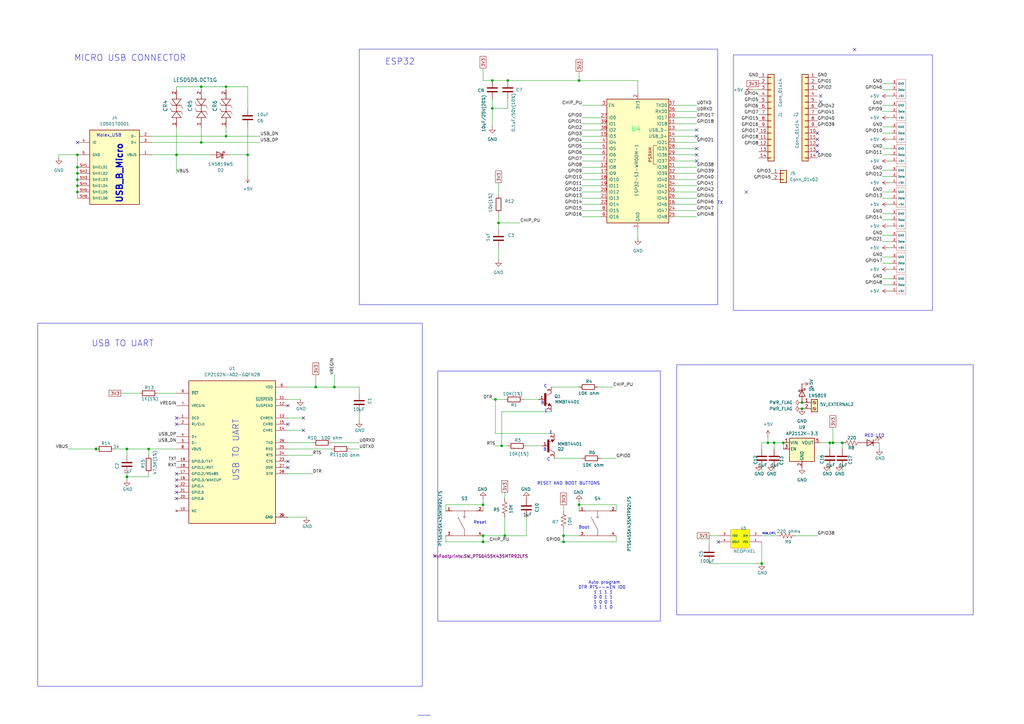
<source format=kicad_sch>
(kicad_sch (version 20250114) (generator "eeschema") (generator_version "9.0")
  (paper "A3")
  (title_block (title "WSA2812B") (date "2025-07-20") (rev "1"))
  (rectangle (start 179.578 152.1778) (end 270.8593 254.7303))
  (rectangle (start 15.494 132.588) (end 173.2279 281.4319))
  (rectangle (start 147.3835 20.1295) (end 294.386 124.968))
  (rectangle (start 300.7995 22.5425) (end 382.4605 127.3175))
  (rectangle (start 277.5268 149.6378) (end 399.1293 252.1903))
  (text "B" (at 222.504 165.354 0) (effects (font (size 1.27 1.27))))
  (text "E" (at 224.028 168.656 0) (effects (font (size 1.27 1.27))))
  (text "ESP32\n" (at 164.084 25.4 0) (effects (font (size 2.54 2.54))))
  (text "Reset" (at 196.85 214.376 0) (effects (font (size 1.27 1.27))))
  (text "USB TO UART\n" (at 50.292 140.97 0) (effects (font (size 2.54 2.54))))
  (text " Auto program\nDTR RTS-->EN IO0 \n 1 1 1 1 \n 0 0 1 1 \n 1 0 0 1 \n 0 1 1 0 " (at 247.396 244.094 0) (effects (font (size 1.27 1.27))))
  (text "C" (at 223.774 158.496 0) (effects (font (size 1.27 1.27))))
  (text "USB TO UART\n" (at 96.774 184.658 90) (effects (font (size 2.54 2.54))))
  (text "B" (at 223.52 184.404 0) (effects (font (size 1.27 1.27))))
  (text "USB_B_Micro" (at 49.022 71.12 90) (effects (font (size 2.54 2.54) (thickness 0.508) (bold yes))))
  (text "TX" (at 295.402 83.312 0) (effects (font (size 1.27 1.27))))
  (text "RGB_CRTL" (at 315.468 218.948 0) (effects (font (size 0.762 0.762))))
  (text "RED LED" (at 358.648 178.816 0) (effects (font (size 1.27 1.27))))
  (text "Boot" (at 239.522 216.408 0) (effects (font (size 1.27 1.27))))
  (text "E" (at 226.06 177.546 0) (effects (font (size 1.27 1.27))))
  (text "RESET AND BOOT BUTTONS\n" (at 233.172 198.374 0) (effects (font (size 1.27 1.27))))
  (text "Molex_USB" (at 44.704 55.626 0) (effects (font (size 1.27 1.27))))
  (text "C" (at 225.044 188.468 0) (effects (font (size 1.27 1.27))))
  (text "MICRO USB CONNECTOR\n" (at 53.34 23.876 0) (effects (font (size 2.54 2.54))))
  (junction (at 328.93 165.1))
  (junction (at 129.54 158.75))
  (junction (at 198.12 207.01))
  (junction (at 317.5 181.61))
  (junction (at 203.2 163.83))
  (junction (at 31.75 73.66))
  (junction (at 237.49 33.02))
  (junction (at 92.71 55.88))
  (junction (at 237.49 207.01))
  (junction (at 31.75 68.58))
  (junction (at 101.6 63.5))
  (junction (at 31.75 78.74))
  (junction (at 321.31 181.61))
  (junction (at 208.28 33.02))
  (junction (at 39.37 184.15))
  (junction (at 201.93 33.02))
  (junction (at 231.14 219.71))
  (junction (at 205.74 182.88))
  (junction (at 72.39 63.5))
  (junction (at 52.07 184.15))
  (junction (at 231.14 222.25))
  (junction (at 204.47 91.44))
  (junction (at 60.96 184.15))
  (junction (at 31.75 71.12))
  (junction (at 312.42 231.14))
  (junction (at 207.01 219.71))
  (junction (at 82.55 35.56))
  (junction (at 201.93 44.45))
  (junction (at 328.93 167.64))
  (junction (at 31.75 63.5))
  (junction (at 82.55 58.42))
  (junction (at 92.71 35.56))
  (junction (at 31.75 76.2))
  (junction (at 314.96 181.61))
  (junction (at 198.12 222.25))
  (junction (at 341.63 181.61))
  (junction (at 52.07 195.58))
  (junction (at 198.12 219.71))
  (junction (at 137.16 158.75))
  (junction (at 340.36 181.61))
  (junction (at 345.44 181.61))
  (no_connect (at 350.52 20.32))
  (no_connect (at 335.28 62.23))
  (no_connect (at 72.39 201.93))
  (no_connect (at 285.75 60.96))
  (no_connect (at 294.64 222.25))
  (no_connect (at 118.11 191.77))
  (no_connect (at 336.55 39.37))
  (no_connect (at 72.39 204.47))
  (no_connect (at 118.11 189.23))
  (no_connect (at 72.39 171.45))
  (no_connect (at 72.39 196.85))
  (no_connect (at 336.55 41.91))
  (no_connect (at 285.75 55.88))
  (no_connect (at 72.39 194.31))
  (no_connect (at 285.75 66.04))
  (no_connect (at 285.75 63.5))
  (no_connect (at 335.28 57.15))
  (no_connect (at 31.75 58.42))
  (no_connect (at 335.28 54.61))
  (no_connect (at 118.11 173.99))
  (no_connect (at 306.07 78.74))
  (no_connect (at 124.46 171.45))
  (no_connect (at 72.39 173.99))
  (no_connect (at 118.11 166.37))
  (no_connect (at 72.39 199.39))
  (no_connect (at 124.46 176.53))
  (no_connect (at 335.28 59.69))
  (no_connect (at 285.75 53.34))
  (wire (pts (xy 252.73 219.71) (xy 252.73 222.25)))
  (wire (pts (xy 340.36 181.61) (xy 341.63 181.61)))
  (wire (pts (xy 60.96 194.31) (xy 60.96 195.58)))
  (wire (pts (xy 276.86 43.18) (xy 285.75 43.18)))
  (wire (pts (xy 364.49 83.82) (xy 365.76 83.82)))
  (wire (pts (xy 276.86 71.12) (xy 285.75 71.12)))
  (wire (pts (xy 361.95 63.5) (xy 365.76 63.5)))
  (wire (pts (xy 308.61 36.83) (xy 311.15 36.83)))
  (wire (pts (xy 361.95 69.85) (xy 365.76 69.85)))
  (wire (pts (xy 31.75 76.2) (xy 31.75 78.74)))
  (wire (pts (xy 201.93 44.45) (xy 208.28 44.45)))
  (wire (pts (xy 321.31 181.61) (xy 321.31 184.15)))
  (wire (pts (xy 143.51 184.15) (xy 147.32 184.15)))
  (wire (pts (xy 252.73 209.55) (xy 252.73 207.01)))
  (wire (pts (xy 92.71 55.88) (xy 92.71 52.07)))
  (wire (pts (xy 129.54 158.75) (xy 137.16 158.75)))
  (wire (pts (xy 118.11 212.09) (xy 125.73 212.09)))
  (wire (pts (xy 361.95 116.84) (xy 365.76 116.84)))
  (wire (pts (xy 227.33 177.8) (xy 203.2 177.8)))
  (wire (pts (xy 118.11 171.45) (xy 124.46 171.45)))
  (wire (pts (xy 341.63 175.26) (xy 341.63 181.61)))
  (wire (pts (xy 361.95 107.95) (xy 365.76 107.95)))
  (wire (pts (xy 276.86 58.42) (xy 285.75 58.42)))
  (wire (pts (xy 276.86 83.82) (xy 285.75 83.82)))
  (wire (pts (xy 72.39 36.83) (xy 72.39 35.56)))
  (wire (pts (xy 147.32 158.75) (xy 147.32 161.29)))
  (wire (pts (xy 182.88 219.71) (xy 182.88 222.25)))
  (wire (pts (xy 317.5 181.61) (xy 321.31 181.61)))
  (wire (pts (xy 238.76 88.9) (xy 246.38 88.9)))
  (wire (pts (xy 72.39 52.07) (xy 72.39 63.5)))
  (wire (pts (xy 361.95 90.17) (xy 365.76 90.17)))
  (wire (pts (xy 345.44 181.61) (xy 345.44 184.15)))
  (wire (pts (xy 361.95 96.52) (xy 365.76 96.52)))
  (wire (pts (xy 231.14 219.71) (xy 231.14 222.25)))
  (wire (pts (xy 276.86 45.72) (xy 285.75 45.72)))
  (polyline (pts (xy 468.63 123.19) (xy 742.95 123.19)))
  (wire (pts (xy 246.38 187.96) (xy 252.73 187.96)))
  (wire (pts (xy 92.71 55.88) (xy 106.68 55.88)))
  (wire (pts (xy 118.11 158.75) (xy 129.54 158.75)))
  (wire (pts (xy 60.96 195.58) (xy 52.07 195.58)))
  (wire (pts (xy 92.71 35.56) (xy 101.6 35.56)))
  (wire (pts (xy 52.07 195.58) (xy 52.07 196.85)))
  (wire (pts (xy 361.95 36.83) (xy 365.76 36.83)))
  (wire (pts (xy 118.11 184.15) (xy 135.89 184.15)))
  (wire (pts (xy 361.95 81.28) (xy 365.76 81.28)))
  (wire (pts (xy 237.49 33.02) (xy 261.62 33.02)))
  (wire (pts (xy 276.86 78.74) (xy 285.75 78.74)))
  (wire (pts (xy 317.5 181.61) (xy 314.96 181.61)))
  (wire (pts (xy 312.42 181.61) (xy 312.42 184.15)))
  (wire (pts (xy 93.98 63.5) (xy 101.6 63.5)))
  (wire (pts (xy 204.47 87.63) (xy 204.47 91.44)))
  (wire (pts (xy 198.12 33.02) (xy 201.93 33.02)))
  (wire (pts (xy 364.49 39.37) (xy 365.76 39.37)))
  (wire (pts (xy 276.86 81.28) (xy 285.75 81.28)))
  (wire (pts (xy 226.06 168.91) (xy 205.74 168.91)))
  (wire (pts (xy 238.76 76.2) (xy 246.38 76.2)))
  (wire (pts (xy 182.88 222.25) (xy 198.12 222.25)))
  (wire (pts (xy 82.55 35.56) (xy 92.71 35.56)))
  (wire (pts (xy 238.76 78.74) (xy 246.38 78.74)))
  (wire (pts (xy 198.12 219.71) (xy 198.12 222.25)))
  (wire (pts (xy 198.12 219.71) (xy 207.01 219.71)))
  (wire (pts (xy 62.23 55.88) (xy 92.71 55.88)))
  (wire (pts (xy 238.76 63.5) (xy 246.38 63.5)))
  (wire (pts (xy 361.95 105.41) (xy 365.76 105.41)))
  (wire (pts (xy 46.99 184.15) (xy 52.07 184.15)))
  (wire (pts (xy 238.76 43.18) (xy 246.38 43.18)))
  (wire (pts (xy 182.88 207.01) (xy 198.12 207.01)))
  (wire (pts (xy 215.9 182.88) (xy 222.25 182.88)))
  (wire (pts (xy 226.06 158.75) (xy 237.49 158.75)))
  (wire (pts (xy 314.96 179.07) (xy 314.96 181.61)))
  (wire (pts (xy 201.93 33.02) (xy 208.28 33.02)))
  (wire (pts (xy 340.36 191.77) (xy 340.36 193.04)))
  (wire (pts (xy 238.76 58.42) (xy 246.38 58.42)))
  (wire (pts (xy 72.39 63.5) (xy 86.36 63.5)))
  (wire (pts (xy 238.76 81.28) (xy 246.38 81.28)))
  (wire (pts (xy 147.32 168.91) (xy 147.32 172.72)))
  (wire (pts (xy 290.83 231.14) (xy 312.42 231.14)))
  (wire (pts (xy 238.76 71.12) (xy 246.38 71.12)))
  (wire (pts (xy 207.01 219.71) (xy 215.9 219.71)))
  (wire (pts (xy 129.54 153.67) (xy 129.54 158.75)))
  (wire (pts (xy 101.6 72.39) (xy 101.6 63.5)))
  (wire (pts (xy 314.96 181.61) (xy 312.42 181.61)))
  (wire (pts (xy 231.14 217.17) (xy 231.14 219.71)))
  (wire (pts (xy 207.01 212.09) (xy 207.01 219.71)))
  (wire (pts (xy 252.73 207.01) (xy 237.49 207.01)))
  (wire (pts (xy 201.93 44.45) (xy 201.93 52.07)))
  (wire (pts (xy 198.12 207.01) (xy 198.12 209.55)))
  (wire (pts (xy 182.88 209.55) (xy 182.88 207.01)))
  (wire (pts (xy 207.01 201.93) (xy 207.01 204.47)))
  (wire (pts (xy 317.5 191.77) (xy 317.5 193.04)))
  (wire (pts (xy 237.49 205.74) (xy 237.49 207.01)))
  (wire (pts (xy 62.23 58.42) (xy 82.55 58.42)))
  (wire (pts (xy 92.71 36.83) (xy 92.71 35.56)))
  (wire (pts (xy 204.47 101.6) (xy 204.47 106.68)))
  (wire (pts (xy 72.39 71.12) (xy 72.39 63.5)))
  (wire (pts (xy 276.86 53.34) (xy 285.75 53.34)))
  (wire (pts (xy 203.2 177.8) (xy 203.2 163.83)))
  (wire (pts (xy 238.76 73.66) (xy 246.38 73.66)))
  (wire (pts (xy 60.96 184.15) (xy 72.39 184.15)))
  (wire (pts (xy 276.86 48.26) (xy 285.75 48.26)))
  (wire (pts (xy 326.39 219.71) (xy 335.28 219.71)))
  (wire (pts (xy 52.07 184.15) (xy 52.07 186.69)))
  (wire (pts (xy 31.75 78.74) (xy 31.75 81.28)))
  (wire (pts (xy 205.74 168.91) (xy 205.74 182.88)))
  (wire (pts (xy 276.86 76.2) (xy 285.75 76.2)))
  (wire (pts (xy 215.9 212.09) (xy 215.9 219.71)))
  (wire (pts (xy 49.53 161.29) (xy 57.15 161.29)))
  (wire (pts (xy 361.95 60.96) (xy 365.76 60.96)))
  (wire (pts (xy 276.86 63.5) (xy 285.75 63.5)))
  (wire (pts (xy 360.68 181.61) (xy 360.68 184.15)))
  (wire (pts (xy 312.42 191.77) (xy 312.42 193.04)))
  (wire (pts (xy 227.33 187.96) (xy 238.76 187.96)))
  (wire (pts (xy 137.16 158.75) (xy 147.32 158.75)))
  (wire (pts (xy 31.75 63.5) (xy 31.75 68.58)))
  (wire (pts (xy 364.49 57.15) (xy 365.76 57.15)))
  (wire (pts (xy 208.28 33.02) (xy 237.49 33.02)))
  (wire (pts (xy 52.07 184.15) (xy 60.96 184.15)))
  (wire (pts (xy 118.11 186.69) (xy 128.27 186.69)))
  (polyline (pts (xy 171.45 293.37) (xy 176.53 293.37)))
  (wire (pts (xy 290.83 219.71) (xy 290.83 223.52)))
  (wire (pts (xy 261.62 93.98) (xy 261.62 97.79)))
  (wire (pts (xy 276.86 50.8) (xy 285.75 50.8)))
  (wire (pts (xy 238.76 86.36) (xy 246.38 86.36)))
  (wire (pts (xy 276.86 60.96) (xy 285.75 60.96)))
  (wire (pts (xy 118.11 181.61) (xy 128.27 181.61)))
  (wire (pts (xy 364.49 66.04) (xy 365.76 66.04)))
  (wire (pts (xy 238.76 68.58) (xy 246.38 68.58)))
  (wire (pts (xy 231.14 219.71) (xy 237.49 219.71)))
  (wire (pts (xy 82.55 36.83) (xy 82.55 35.56)))
  (wire (pts (xy 361.95 43.18) (xy 365.76 43.18)))
  (wire (pts (xy 364.49 92.71) (xy 365.76 92.71)))
  (wire (pts (xy 204.47 91.44) (xy 213.36 91.44)))
  (wire (pts (xy 198.12 27.94) (xy 198.12 33.02)))
  (wire (pts (xy 361.95 45.72) (xy 365.76 45.72)))
  (wire (pts (xy 238.76 48.26) (xy 246.38 48.26)))
  (wire (pts (xy 204.47 74.93) (xy 204.47 80.01)))
  (wire (pts (xy 341.63 181.61) (xy 345.44 181.61)))
  (wire (pts (xy 52.07 194.31) (xy 52.07 195.58)))
  (wire (pts (xy 252.73 222.25) (xy 231.14 222.25)))
  (wire (pts (xy 237.49 207.01) (xy 237.49 209.55)))
  (wire (pts (xy 118.11 194.31) (xy 128.27 194.31)))
  (wire (pts (xy 361.95 99.06) (xy 365.76 99.06)))
  (wire (pts (xy 31.75 68.58) (xy 31.75 71.12)))
  (wire (pts (xy 118.11 176.53) (xy 124.46 176.53)))
  (wire (pts (xy 60.96 184.15) (xy 60.96 186.69)))
  (wire (pts (xy 31.75 71.12) (xy 31.75 73.66)))
  (wire (pts (xy 238.76 83.82) (xy 246.38 83.82)))
  (wire (pts (xy 238.76 66.04) (xy 246.38 66.04)))
  (wire (pts (xy 198.12 222.25) (xy 200.66 222.25)))
  (wire (pts (xy 229.87 222.25) (xy 231.14 222.25)))
  (wire (pts (xy 82.55 58.42) (xy 82.55 52.07)))
  (wire (pts (xy 135.89 181.61) (xy 147.32 181.61)))
  (wire (pts (xy 361.95 52.07) (xy 365.76 52.07)))
  (wire (pts (xy 340.36 181.61) (xy 340.36 184.15)))
  (wire (pts (xy 276.86 73.66) (xy 285.75 73.66)))
  (wire (pts (xy 82.55 58.42) (xy 106.68 58.42)))
  (wire (pts (xy 364.49 119.38) (xy 365.76 119.38)))
  (wire (pts (xy 237.49 29.21) (xy 237.49 33.02)))
  (wire (pts (xy 276.86 68.58) (xy 285.75 68.58)))
  (wire (pts (xy 245.11 158.75) (xy 251.46 158.75)))
  (wire (pts (xy 204.47 91.44) (xy 204.47 93.98)))
  (wire (pts (xy 238.76 60.96) (xy 246.38 60.96)))
  (wire (pts (xy 336.55 181.61) (xy 340.36 181.61)))
  (wire (pts (xy 24.13 63.5) (xy 24.13 64.77)))
  (wire (pts (xy 137.16 153.67) (xy 137.16 158.75)))
  (wire (pts (xy 361.95 34.29) (xy 365.76 34.29)))
  (wire (pts (xy 276.86 88.9) (xy 285.75 88.9)))
  (wire (pts (xy 361.95 114.3) (xy 365.76 114.3)))
  (wire (pts (xy 238.76 55.88) (xy 246.38 55.88)))
  (wire (pts (xy 361.95 72.39) (xy 365.76 72.39)))
  (wire (pts (xy 364.49 48.26) (xy 365.76 48.26)))
  (wire (pts (xy 261.62 38.1) (xy 261.62 33.02)))
  (polyline (pts (xy 742.95 118.11) (xy 742.95 123.19)))
  (wire (pts (xy 205.74 182.88) (xy 208.28 182.88)))
  (wire (pts (xy 201.93 163.83) (xy 203.2 163.83)))
  (wire (pts (xy 101.6 44.45) (xy 101.6 35.56)))
  (wire (pts (xy 72.39 35.56) (xy 82.55 35.56)))
  (wire (pts (xy 214.63 163.83) (xy 220.98 163.83)))
  (wire (pts (xy 201.93 40.64) (xy 201.93 44.45)))
  (wire (pts (xy 238.76 53.34) (xy 246.38 53.34)))
  (wire (pts (xy 62.23 63.5) (xy 72.39 63.5)))
  (wire (pts (xy 118.11 163.83) (xy 123.19 163.83)))
  (wire (pts (xy 27.94 184.15) (xy 39.37 184.15)))
  (wire (pts (xy 24.13 63.5) (xy 31.75 63.5)))
  (wire (pts (xy 312.42 219.71) (xy 318.77 219.71)))
  (wire (pts (xy 208.28 40.64) (xy 208.28 44.45)))
  (wire (pts (xy 198.12 204.47) (xy 198.12 207.01)))
  (wire (pts (xy 39.37 184.15) (xy 40.64 184.15)))
  (wire (pts (xy 238.76 50.8) (xy 246.38 50.8)))
  (wire (pts (xy 345.44 191.77) (xy 345.44 193.04)))
  (wire (pts (xy 361.95 87.63) (xy 365.76 87.63)))
  (wire (pts (xy 203.2 182.88) (xy 205.74 182.88)))
  (wire (pts (xy 364.49 74.93) (xy 365.76 74.93)))
  (wire (pts (xy 290.83 219.71) (xy 294.64 219.71)))
  (wire (pts (xy 203.2 163.83) (xy 207.01 163.83)))
  (wire (pts (xy 276.86 55.88) (xy 285.75 55.88)))
  (wire (pts (xy 64.77 161.29) (xy 72.39 161.29)))
  (wire (pts (xy 276.86 66.04) (xy 285.75 66.04)))
  (wire (pts (xy 31.75 73.66) (xy 31.75 76.2)))
  (wire (pts (xy 312.42 222.25) (xy 312.42 231.14)))
  (wire (pts (xy 364.49 101.6) (xy 365.76 101.6)))
  (wire (pts (xy 361.95 54.61) (xy 365.76 54.61)))
  (wire (pts (xy 361.95 78.74) (xy 365.76 78.74)))
  (wire (pts (xy 317.5 181.61) (xy 317.5 184.15)))
  (wire (pts (xy 231.14 207.01) (xy 231.14 209.55)))
  (wire (pts (xy 364.49 110.49) (xy 365.76 110.49)))
  (wire (pts (xy 101.6 63.5) (xy 101.6 52.07)))
  (wire (pts (xy 276.86 86.36) (xy 285.75 86.36)))
  (label "GPIO39" (at 335.28 52.07 0))
  (label "GPIO45" (at 285.75 81.28 0))
  (label "GPIO45" (at 316.23 73.66 180))
  (label "GPIO21" (at 285.75 58.42 0))
  (label "GND" (at 361.95 78.74 180))
  (label "GPIO2" (at 335.28 36.83 0))
  (label "GPIO11" (at 361.95 63.5 180))
  (label "GPIO17" (at 285.75 48.26 0))
  (label "GPIO16" (at 311.15 52.07 180))
  (label "VBUS" (at 72.39 71.12 0))
  (label "GND" (at 311.15 31.75 180))
  (label "RTS" (at 203.2 182.88 180))
  (label "GND" (at 335.28 31.75 0))
  (label "GPIO0" (at 229.87 222.25 180))
  (label "GPIO12" (at 361.95 72.39 180))
  (label "GPIO10" (at 361.95 54.61 180))
  (label "GND" (at 361.95 43.18 180))
  (label "GPIO10" (at 238.76 73.66 180))
  (label "GPIO13" (at 361.95 81.28 180))
  (label "GPIO6" (at 238.76 63.5 180))
  (label "GPIO11" (at 238.76 76.2 180))
  (label "TXT" (at 72.39 189.23 180))
  (label "GPIO48" (at 285.75 88.9 0))
  (label "VREGIN" (at 72.39 166.37 180))
  (label "RTS" (at 128.27 186.69 0))
  (label "U0TXD" (at 147.32 184.15 0))
  (label "GPIO21" (at 361.95 99.06 180))
  (label "GPIO15" (at 238.76 86.36 180))
  (label "GPIO46" (at 285.75 83.82 0))
  (label "GND" (at 361.95 114.3 180))
  (label "GPIO0" (at 252.73 187.96 0))
  (label "GPIO5" (at 311.15 41.91 180))
  (label "GND" (at 361.95 96.52 180))
  (label "GPIO18" (at 285.75 50.8 0))
  (label "GPIO12" (at 238.76 78.74 180))
  (label "USB_DN" (at 72.39 181.61 180))
  (label "DTR" (at 128.27 194.31 0))
  (label "GPIO40" (at 285.75 73.66 0))
  (label "GPIO14" (at 361.95 90.17 180))
  (label "USB_DP" (at 106.68 58.42 0))
  (label "GND" (at 361.95 52.07 180))
  (label "GPIO46" (at 361.95 36.83 180))
  (label "GPIO42" (at 285.75 78.74 0))
  (label "GPIO1" (at 335.28 34.29 0))
  (label "GND" (at 361.95 105.41 180))
  (label "GPIO41" (at 335.28 46.99 0))
  (label "GPIO38" (at 335.28 219.71 0))
  (label "GPIO47" (at 285.75 86.36 0))
  (label "GND" (at 361.95 69.85 180))
  (label "VBUS" (at 27.94 184.15 180))
  (label "GPIO3" (at 316.23 71.12 180))
  (label "GPIO38" (at 285.75 68.58 0))
  (label "GPIO7" (at 238.76 66.04 180))
  (label "GND" (at 361.95 87.63 180))
  (label "DTR" (at 201.93 163.83 180))
  (label "GPIO1" (at 238.76 50.8 180))
  (label "CHIP_PU" (at 213.36 91.44 0))
  (label "GPIO42" (at 335.28 44.45 0))
  (label "RXT" (at 72.39 191.77 180))
  (label "GPIO7" (at 311.15 46.99 180))
  (label "CHIP_PU" (at 200.66 222.25 0))
  (label "GPIO47" (at 361.95 107.95 180))
  (label "GPIO0" (at 335.28 64.77 0))
  (label "VREGIN" (at 137.16 153.67 90))
  (label "GPIO15" (at 311.15 49.53 180))
  (label "GPIO2" (at 238.76 53.34 180))
  (label "GPIO13" (at 238.76 81.28 180))
  (label "GPIO5" (at 238.76 60.96 180))
  (label "USB_DN" (at 106.68 55.88 0))
  (label "GPIO0" (at 238.76 48.26 180))
  (label "GPIO40" (at 335.28 49.53 0))
  (label "CHIP_PU" (at 238.76 43.18 180))
  (label "GPIO39" (at 285.75 71.12 0))
  (label "GPIO9" (at 238.76 71.12 180))
  (label "GND" (at 361.95 60.96 180))
  (label "GPIO8" (at 311.15 59.69 180))
  (label "USB_DP" (at 72.39 179.07 180))
  (label "U0TXD" (at 285.75 43.18 0))
  (label "GND" (at 361.95 34.29 180))
  (label "GPIO6" (at 311.15 44.45 180))
  (label "GPIO17" (at 311.15 54.61 180))
  (label "GPIO18" (at 311.15 57.15 180))
  (label "GPIO4" (at 311.15 39.37 180))
  (label "GPIO48" (at 361.95 116.84 180))
  (label "GPIO4" (at 238.76 58.42 180))
  (label "U0RXD" (at 147.32 181.61 0))
  (label "GPIO14" (at 238.76 83.82 180))
  (label "U0RXD" (at 285.75 45.72 0))
  (label "GPIO16" (at 238.76 88.9 180))
  (label "GPIO41" (at 285.75 76.2 0))
  (label "GPIO9" (at 361.95 45.72 180))
  (label "GPIO8" (at 238.76 68.58 180))
  (label "CHIP_PU" (at 251.46 158.75 0))
  (label "GPIO3" (at 238.76 55.88 180))
  (global_label "3V3" (shape passive) (at 311.15 34.29 180) (property "Intersheetrefs" "${INTERSHEET_REFS}" (effects (hide yes))))
  (global_label "3V3" (shape passive) (at 49.53 161.29 180) (property "Intersheetrefs" "${INTERSHEET_REFS}" (effects (hide yes))))
  (global_label "3V3" (shape passive) (at 207.01 201.93 90) (property "Intersheetrefs" "${INTERSHEET_REFS}" (effects (hide yes))))
  (global_label "3V3" (shape passive) (at 129.54 153.67 90) (property "Intersheetrefs" "${INTERSHEET_REFS}" (effects (hide yes))))
  (global_label "3V3" (shape passive) (at 204.47 74.93 90) (property "Intersheetrefs" "${INTERSHEET_REFS}" (effects (hide yes))))
  (global_label "3V3" (shape passive) (at 231.14 207.01 90) (property "Intersheetrefs" "${INTERSHEET_REFS}" (effects (hide yes))))
  (global_label "3V3" (shape passive) (at 290.83 219.71 180) (property "Intersheetrefs" "${INTERSHEET_REFS}" (effects (hide yes))))
  (global_label "3V3" (shape passive) (at 237.49 29.21 90) (property "Intersheetrefs" "${INTERSHEET_REFS}" (effects (hide yes))))
  (global_label "3V3" (shape passive) (at 198.12 27.94 90) (property "Intersheetrefs" "${INTERSHEET_REFS}" (effects (hide yes))))
  (global_label "3V3" (shape passive) (at 341.63 175.26 90) (property "Intersheetrefs" "${INTERSHEET_REFS}" (effects (hide yes))))
  (symbol (lib_id "NeoPixel:LESD5D5.0CT1G") (at 92.71 36.83 90) (mirror x) (unit 1)
    (property "Reference" "CR6" (at 88.138 43.434 0) (effects (font (size 1.524 1.524))))
    (property "Value" "LESD5D5.0CT1G" (effects (hide yes)))
    (property "Footprint" "MyFootprints:CR_5.0CT1G_UMW" (effects (hide yes)))
    (property "Datasheet" "LESD5D5.0CT1G" (effects (hide yes)))
  )
  (symbol (lib_id "Device:C") (at 101.6 48.26 0) (mirror x) (unit 1)
    (property "Reference" "C6" (at 105.41 49.5301 0) (effects (justify left)))
    (property "Value" "10uF" (at 105.41 46.9901 0) (effects (justify left)))
    (property "Footprint" "Capacitor_SMD:C_0805_2012Metric" (effects (hide yes)))
    (property "Description" "Unpolarized capacitor" (effects (hide yes)))
  )
  (symbol (lib_id "power:GND") (at 261.62 97.79 0) (unit 1)
    (property "Reference" "#PWR01" (effects (hide yes)))
    (property "Value" "GND" (at 261.62 102.87 0))
    (property "Description" "Power symbol creates a global label with name \"GND\" , ground" (effects (hide yes)))
  )
  (symbol (lib_id "power:GND") (at 201.93 52.07 0) (unit 1)
    (property "Reference" "#PWR02" (effects (hide yes)))
    (property "Value" "GND" (at 201.93 57.15 0))
    (property "Description" "Power symbol creates a global label with name \"GND\" , ground" (effects (hide yes)))
  )
  (symbol (lib_id "power:GND") (at 198.12 204.47 180) (unit 1)
    (property "Reference" "#PWR0101" (effects (hide yes)))
    (property "Value" "GND" (at 197.866 200.66 0))
    (property "Description" "Power symbol creates a global label with name \"GND\" , ground" (effects (hide yes)))
  )
  (symbol (lib_id "PCM_Capacitor_US_AKL:C_Disc_D4.7mm_W2.5mm_P5.00mm") (at 340.36 187.96 180) (unit 1)
    (property "Reference" "C16" (at 337.058 186.436 90) (effects (justify left)))
    (property "Value" "1uF" (at 342.646 190.754 0) (effects (justify left)))
    (property "Footprint" "Capacitor_SMD:C_0805_2012Metric" (effects (hide yes)))
    (property "Description" "THT Ceramic Disc Capacitor, 4.7mm Diameter, 2.5mm Width, 5.00mm Pitch, Alternate KiCad Library" (effects (hide yes)))
  )
  (symbol (lib_id "MySymbols:SK6812MINI-HS") (at 303.53 220.98 0) (unit 1)
    (property "Reference" "U3" (at 303.784 216.662 0) (effects (font (size 1 1)) (justify left)))
    (property "Value" "NEOPIXEL" (at 300.736 226.06 0) (effects (justify left)))
    (property "Footprint" "LED_SMD:LED_SK6812MINI_PLCC4_3.5x3.5mm_P1.75mm" (effects (hide yes)))
  )
  (symbol (lib_id "MySymbols:WS2812B") (at 369.57 81.28 90) (unit 1)
    (property "Reference" "U10" (effects (hide yes)))
    (property "Value" "WS2812B" (effects (hide yes)))
    (property "Footprint" "MyFootprints:Three_pad_solder" (effects (hide yes)))
  )
  (symbol (lib_id "power:GND") (at 312.42 231.14 0) (unit 1)
    (property "Reference" "#PWR04" (effects (hide yes)))
    (property "Value" "GND" (at 312.674 234.95 0))
    (property "Description" "Power symbol creates a global label with name \"GND\" , ground" (effects (hide yes)))
  )
  (symbol (lib_id "MMBT4401:MMBT4401") (at 223.52 163.83 0) (unit 1)
    (property "Reference" "Q1" (at 227.33 162.5599 0) (effects (justify left)))
    (property "Value" "MMBT4401" (at 227.584 164.846 0) (effects (justify left)))
    (property "Footprint" "MyFootprints:TRANS_MMBT4401" (effects (hide yes)))
    (property "DigiKey_Part_Number" "4878-MMBT4401TR-ND" (effects (hide yes)))
    (property "MF" "Diotec Semiconductor" (effects (hide yes)))
    (property "Description_1" "BJT, SOT-23, 40V, 600mA, NPN, 0.25W, 150°C" (effects (hide yes)))
    (property "Package" "SOT-23 Diotec" (effects (hide yes)))
    (property "Price" "None" (effects (hide yes)))
    (property "SnapEDA_Link" "https://www.snapeda.com/parts/MMBT4401/Diotec/view-part/?ref=snap" (effects (hide yes)))
    (property "MP" "MMBT4401" (effects (hide yes)))
    (property "Availability" "Not in stock" (effects (hide yes)))
    (property "Check_prices" "https://www.snapeda.com/parts/MMBT4401/Diotec/view-part/?ref=eda" (effects (hide yes)))
  )
  (symbol (lib_id "Device:C") (at 201.93 36.83 180) (unit 1)
    (property "Reference" "C8" (at 198.628 37.084 0) (effects (justify left)))
    (property "Value" "10uF/25V(20%)" (at 198.374 38.862 90) (effects (justify left)))
    (property "Footprint" "Capacitor_SMD:C_0805_2012Metric" (effects (hide yes)))
    (property "Description" "Unpolarized capacitor" (effects (hide yes)))
  )
  (symbol (lib_id "power:GND") (at 215.9 204.47 180) (unit 1)
    (property "Reference" "#PWR0104" (effects (hide yes)))
    (property "Value" "GND" (at 215.646 200.66 0))
    (property "Description" "Power symbol creates a global label with name \"GND\" , ground" (effects (hide yes)))
  )
  (symbol (lib_id "PCM_Capacitor_US_AKL:C_Disc_D4.7mm_W2.5mm_P5.00mm") (at 290.83 227.33 180) (unit 1)
    (property "Reference" "C5" (at 287.528 225.806 90) (effects (justify left)))
    (property "Value" "100uF" (at 293.116 230.124 0) (effects (justify left)))
    (property "Footprint" "Capacitor_SMD:C_0805_2012Metric" (effects (hide yes)))
    (property "Description" "THT Ceramic Disc Capacitor, 4.7mm Diameter, 2.5mm Width, 5.00mm Pitch, Alternate KiCad Library" (effects (hide yes)))
  )
  (symbol (lib_id "power:+5V") (at 364.49 119.38 90) (unit 1)
    (property "Reference" "#PWR020" (effects (hide yes)))
    (property "Value" "+5V" (at 360.68 119.3799 90) (effects (justify left)))
    (property "Description" "Power symbol creates a global label with name \"+5V\"" (effects (hide yes)))
  )
  (symbol (lib_id "Device:R") (at 241.3 158.75 90) (unit 1)
    (property "Reference" "R4" (at 241.554 156.464 90))
    (property "Value" "10K ohm" (at 241.554 161.29 90))
    (property "Footprint" "Resistor_SMD:R_0805_2012Metric_Pad1.20x1.40mm_HandSolder" (effects (hide yes)))
    (property "Description" "Resistor" (effects (hide yes)))
  )
  (symbol (lib_id "NeoPixel:LESD5D5.0CT1G") (at 72.39 36.83 90) (mirror x) (unit 1)
    (property "Reference" "CR4" (at 67.818 43.434 0) (effects (font (size 1.524 1.524))))
    (property "Value" "LESD5D5.0CT1G" (at 80.01 32.766 90) (effects (font (size 1.524 1.524))))
    (property "Footprint" "MyFootprints:CR_5.0CT1G_UMW" (effects (hide yes)))
    (property "Datasheet" "LESD5D5.0CT1G" (effects (hide yes)))
  )
  (symbol (lib_id "MySymbols:WS2812B") (at 369.57 90.17 90) (unit 1)
    (property "Reference" "U11" (effects (hide yes)))
    (property "Value" "WS2812B" (effects (hide yes)))
    (property "Footprint" "MyFootprints:Three_pad_solder" (effects (hide yes)))
  )
  (symbol (lib_id "MySymbols:WS2812B") (at 369.57 45.72 90) (unit 1)
    (property "Reference" "U5" (effects (hide yes)))
    (property "Value" "WS2812B" (effects (hide yes)))
    (property "Footprint" "MyFootprints:Three_pad_solder" (effects (hide yes)))
  )
  (symbol (lib_id "MySymbols:WS2812B") (at 369.57 107.95 90) (unit 1)
    (property "Reference" "U13" (effects (hide yes)))
    (property "Value" "WS2812B" (effects (hide yes)))
    (property "Footprint" "MyFootprints:Three_pad_solder" (effects (hide yes)))
  )
  (symbol (lib_id "power:GND") (at 237.49 205.74 180) (unit 1)
    (property "Reference" "#PWR0103" (effects (hide yes)))
    (property "Value" "GND" (at 237.236 201.93 0))
    (property "Description" "Power symbol creates a global label with name \"GND\" , ground" (effects (hide yes)))
  )
  (symbol (lib_id "Device:R_US") (at 322.58 219.71 90) (unit 1)
    (property "Reference" "R9" (at 324.612 222.25 90) (effects (justify left)))
    (property "Value" "220 ohms" (at 328.422 217.932 90) (effects (justify left)))
    (property "Footprint" "Resistor_SMD:R_0805_2012Metric_Pad1.20x1.40mm_HandSolder" (effects (hide yes)))
    (property "Description" "Resistor, US symbol" (effects (hide yes)))
  )
  (symbol (lib_id "power:+5V") (at 101.6 72.39 180) (unit 1)
    (property "Reference" "#PWR03" (effects (hide yes)))
    (property "Value" "+5V" (at 101.6 77.47 0))
    (property "Description" "Power symbol creates a global label with name \"+5V\"" (effects (hide yes)))
  )
  (symbol (lib_id "power:GND") (at 147.32 172.72 0) (unit 1)
    (property "Reference" "#PWR05" (effects (hide yes)))
    (property "Value" "GND" (at 147.574 176.53 0))
    (property "Description" "Power symbol creates a global label with name \"GND\" , ground" (effects (hide yes)))
  )
  (symbol (lib_id "Diode:1N5819") (at 328.93 161.29 270) (unit 1)
    (property "Reference" "D6" (at 331.47 159.7024 90) (effects (justify left)))
    (property "Value" "1N5819" (at 331.47 162.2424 90) (effects (justify left)))
    (property "Footprint" "Diode_SMD:D_SOD-323_HandSoldering" (effects (hide yes)))
    (property "Datasheet" "http://www.vishay.com/docs/88525/1n5817.pdf" (effects (hide yes)))
    (property "Description" "40V 1A Schottky Barrier Rectifier Diode, DO-41" (effects (hide yes)))
  )
  (symbol (lib_id "Connector_Generic:Conn_01x14") (at 316.23 46.99 0) (unit 1) (in_bom no)
    (property "Reference" "J1" (at 318.77 46.9899 0) (effects (justify left)))
    (property "Value" "Conn_01x14" (at 320.04 43.942 90) (effects (justify left)))
    (property "Footprint" "Connector_PinSocket_2.54mm:PinSocket_1x14_P2.54mm_Vertical" (effects (hide yes)))
    (property "Description" "Generic connector, single row, 01x14, script generated (kicad-library-utils/schlib/autogen/connector/)" (effects (hide yes)))
  )
  (symbol (lib_id "power:+5V") (at 364.49 57.15 90) (unit 1)
    (property "Reference" "#PWR013" (effects (hide yes)))
    (property "Value" "+5V" (at 360.68 57.1499 90) (effects (justify left)))
    (property "Description" "Power symbol creates a global label with name \"+5V\"" (effects (hide yes)))
  )
  (symbol (lib_id "power:GND") (at 360.68 184.15 0) (unit 1)
    (property "Reference" "#PWR0110" (effects (hide yes)))
    (property "Value" "GND" (at 360.934 187.96 0))
    (property "Description" "Power symbol creates a global label with name \"GND\" , ground" (effects (hide yes)))
  )
  (symbol (lib_id "power:+5V") (at 308.61 36.83 90) (unit 1)
    (property "Reference" "#PWR022" (effects (hide yes)))
    (property "Value" "+5V" (at 304.8 36.8299 90) (effects (justify left)))
    (property "Description" "Power symbol creates a global label with name \"+5V\"" (effects (hide yes)))
  )
  (symbol (lib_id "power:PWR_FLAG") (at 328.93 165.1 90) (unit 1)
    (property "Reference" "#FLG0102" (effects (hide yes)))
    (property "Value" "PWR_FLAG" (at 325.12 165.0999 90) (effects (justify left)))
    (property "Description" "Special symbol for telling ERC where power comes from" (effects (hide yes)))
  )
  (symbol (lib_id "RF_Module:ESP32-S3-WROOM-1") (at 261.62 66.04 0) (unit 1)
    (property "Reference" "U4" (at 258.572 52.832 0) (effects (font (size 1.905 1.905) (thickness 0.381) (bold yes)) (justify left)))
    (property "Value" "ESP32-S3-WROOM-1" (at 261.112 80.518 90) (effects (justify left)))
    (property "Footprint" "RF_Module:ESP32-S3-WROOM-1" (effects (hide yes)))
    (property "Datasheet" "https://www.espressif.com/sites/default/files/documentation/esp32-s3-wroom-1_wroom-1u_datasheet_en.pdf" (effects (hide yes)))
    (property "Description" "RF Module, ESP32-S3 SoC, Wi-Fi 802.11b/g/n, Bluetooth, BLE, 32-bit, 3.3V, onboard antenna, SMD" (effects (hide yes)))
  )
  (symbol (lib_id "power:+5V") (at 364.49 83.82 90) (unit 1)
    (property "Reference" "#PWR016" (effects (hide yes)))
    (property "Value" "+5V" (at 360.68 83.8199 90) (effects (justify left)))
    (property "Description" "Power symbol creates a global label with name \"+5V\"" (effects (hide yes)))
  )
  (symbol (lib_id "MySymbols:WS2812B") (at 369.57 99.06 90) (unit 1)
    (property "Reference" "U12" (effects (hide yes)))
    (property "Value" "WS2812B" (effects (hide yes)))
    (property "Footprint" "MyFootprints:Three_pad_solder" (effects (hide yes)))
  )
  (symbol (lib_id "power:PWR_FLAG") (at 328.93 167.64 90) (unit 1)
    (property "Reference" "#FLG0101" (effects (hide yes)))
    (property "Value" "PWR_FLAG" (at 325.12 167.6399 90) (effects (justify left)))
    (property "Description" "Special symbol for telling ERC where power comes from" (effects (hide yes)))
  )
  (symbol (lib_id "power:+5V") (at 364.49 66.04 90) (unit 1)
    (property "Reference" "#PWR014" (effects (hide yes)))
    (property "Value" "+5V" (at 360.68 66.0399 90) (effects (justify left)))
    (property "Description" "Power symbol creates a global label with name \"+5V\"" (effects (hide yes)))
  )
  (symbol (lib_id "Device:R_US") (at 207.01 208.28 180) (unit 1)
    (property "Reference" "R5" (at 204.978 209.042 0) (effects (justify left)))
    (property "Value" "10K" (at 209.55 206.756 90) (effects (justify left)))
    (property "Footprint" "Resistor_SMD:R_0805_2012Metric_Pad1.20x1.40mm_HandSolder" (effects (hide yes)))
    (property "Description" "Resistor, US symbol" (effects (hide yes)))
  )
  (symbol (lib_id "NeoPixel:LESD5D5.0CT1G") (at 82.55 36.83 90) (mirror x) (unit 1)
    (property "Reference" "CR5" (at 77.978 43.434 0) (effects (font (size 1.524 1.524))))
    (property "Value" "LESD5D5.0CT1G" (effects (hide yes)))
    (property "Footprint" "MyFootprints:CR_5.0CT1G_UMW" (effects (hide yes)))
    (property "Datasheet" "LESD5D5.0CT1G" (effects (hide yes)))
  )
  (symbol (lib_id "Connector:Screw_Terminal_01x02") (at 334.01 165.1 0) (unit 1)
    (property "Reference" "5V_EXTERNAL2" (at 336.296 165.862 0) (effects (justify left)))
    (property "Value" "Screw_Terminal_01x02" (effects (hide yes)))
    (property "Footprint" "TerminalBlock:TerminalBlock_MaiXu_MX126-5.0-02P_1x02_P5.00mm" (effects (hide yes)))
    (property "Description" "Generic screw terminal, single row, 01x02, script generated (kicad-library-utils/schlib/autogen/connector/)" (effects (hide yes)))
  )
  (symbol (lib_id "power:+5V") (at 364.49 110.49 90) (unit 1)
    (property "Reference" "#PWR019" (effects (hide yes)))
    (property "Value" "+5V" (at 360.68 110.4899 90) (effects (justify left)))
    (property "Description" "Power symbol creates a global label with name \"+5V\"" (effects (hide yes)))
  )
  (symbol (lib_id "PTS645SK43SMTR92LFS:PTS645SK43SMTR92LFS") (at 190.5 214.63 0) (unit 1)
    (property "Reference" "S3" (at 190.5 204.47 0))
    (property "Value" "PTS645SK43SMTR92LFS" (at 180.594 212.598 90))
    (property "Footprint" "MyFootprints:SW_PTS645SK43SMTR92LFS" (at 197.104 228.854 0) (effects (justify bottom)))
    (property "PARTREV" "14 Apr 22" (effects (hide yes)))
    (property "STANDARD" "Manufacturer Recommendations" (effects (hide yes)))
    (property "MAXIMUM_PACKAGE_HEIGHT" "4.4 mm" (effects (hide yes)))
    (property "MANUFACTURER" "CnK" (effects (hide yes)))
  )
  (symbol (lib_id "Diode:1N5819WS") (at 90.17 63.5 0) (mirror y) (unit 1)
    (property "Reference" "D2" (at 90.4875 69.85 0))
    (property "Value" "1N5819WS" (at 90.4875 67.31 0))
    (property "Footprint" "Diode_SMD:D_SOD-323" (effects (hide yes)))
    (property "Datasheet" "https://datasheet.lcsc.com/lcsc/2204281430_Guangdong-Hottech-1N5819WS_C191023.pdf" (effects (hide yes)))
    (property "Description" "40V 600mV@1A 1A SOD-323 Schottky Barrier Diodes, SOD-323" (effects (hide yes)))
  )
  (symbol (lib_id "Device:R") (at 139.7 184.15 90) (unit 1)
    (property "Reference" "R11" (at 137.16 186.436 90))
    (property "Value" "100 ohm" (at 143.256 186.69 90))
    (property "Footprint" "Resistor_SMD:R_0805_2012Metric_Pad1.20x1.40mm_HandSolder" (effects (hide yes)))
    (property "Description" "Resistor" (effects (hide yes)))
  )
  (symbol (lib_id "power:GND") (at 344.17 190.5 0) (unit 1)
    (property "Reference" "#PWR0109" (effects (hide yes)))
    (property "Value" "GND" (at 344.424 194.31 0))
    (property "Description" "Power symbol creates a global label with name \"GND\" , ground" (effects (hide yes)))
  )
  (symbol (lib_id "PCM_Capacitor_US_AKL:C_Disc_D4.7mm_W2.5mm_P5.00mm") (at 147.32 165.1 180) (unit 1)
    (property "Reference" "C1" (at 151.638 163.068 90) (effects (justify left)))
    (property "Value" "10uF" (at 149.606 167.894 0) (effects (justify left)))
    (property "Footprint" "Capacitor_SMD:C_0805_2012Metric" (effects (hide yes)))
    (property "Description" "THT Ceramic Disc Capacitor, 4.7mm Diameter, 2.5mm Width, 5.00mm Pitch, Alternate KiCad Library" (effects (hide yes)))
  )
  (symbol (lib_id "power:+5V") (at 364.49 92.71 90) (unit 1)
    (property "Reference" "#PWR017" (effects (hide yes)))
    (property "Value" "+5V" (at 360.68 92.7099 90) (effects (justify left)))
    (property "Description" "Power symbol creates a global label with name \"+5V\"" (effects (hide yes)))
  )
  (symbol (lib_id "MySymbols:WS2812B") (at 369.57 36.83 90) (unit 1)
    (property "Reference" "U2" (effects (hide yes)))
    (property "Value" "WS2812B" (effects (hide yes)))
    (property "Footprint" "MyFootprints:Three_pad_solder" (effects (hide yes)))
  )
  (symbol (lib_id "Connector_Generic:Conn_01x02") (at 321.31 71.12 0) (unit 1)
    (property "Reference" "J5" (at 323.85 71.1199 0) (effects (justify left)))
    (property "Value" "Conn_01x02" (at 323.85 73.6599 0) (effects (justify left)))
    (property "Footprint" "Connector_PinSocket_2.54mm:PinSocket_1x02_P2.54mm_Vertical" (effects (hide yes)))
    (property "Description" "Generic connector, single row, 01x02, script generated (kicad-library-utils/schlib/autogen/connector/)" (effects (hide yes)))
  )
  (symbol (lib_id "Regulator_Linear:AP2112K-3.3") (at 328.93 184.15 0) (unit 1)
    (property "Reference" "U9" (at 328.93 175.26 0))
    (property "Value" "AP2112K-3.3" (at 328.93 177.8 0))
    (property "Footprint" "Package_TO_SOT_SMD:SOT-23-5" (effects (hide yes)))
    (property "Datasheet" "https://www.diodes.com/assets/Datasheets/AP2112.pdf" (effects (hide yes)))
    (property "Description" "600mA low dropout linear regulator, with enable pin, 3.8V-6V input voltage range, 3.3V fixed positive output, SOT-23-5" (effects (hide yes)))
  )
  (symbol (lib_id "Device:R") (at 43.18 184.15 90) (unit 1)
    (property "Reference" "R14" (at 43.434 181.864 90))
    (property "Value" "1k" (at 47.752 183.134 90))
    (property "Footprint" "Resistor_SMD:R_0805_2012Metric_Pad1.20x1.40mm_HandSolder" (effects (hide yes)))
    (property "Description" "Resistor" (effects (hide yes)))
  )
  (symbol (lib_id "power:+5V") (at 364.49 48.26 90) (unit 1)
    (property "Reference" "#PWR012" (effects (hide yes)))
    (property "Value" "+5V" (at 360.68 48.2599 90) (effects (justify left)))
    (property "Description" "Power symbol creates a global label with name \"+5V\"" (effects (hide yes)))
  )
  (symbol (lib_id "Device:R") (at 132.08 181.61 90) (unit 1)
    (property "Reference" "R10" (at 128.016 179.578 90))
    (property "Value" "100 ohm" (at 136.144 179.578 90))
    (property "Footprint" "Resistor_SMD:R_0805_2012Metric_Pad1.20x1.40mm_HandSolder" (effects (hide yes)))
    (property "Description" "Resistor" (effects (hide yes)))
  )
  (symbol (lib_id "Device:R") (at 212.09 182.88 90) (unit 1)
    (property "Reference" "R3" (at 212.344 180.594 90))
    (property "Value" "10K(1%)" (at 212.852 186.182 90))
    (property "Footprint" "Resistor_SMD:R_0805_2012Metric_Pad1.20x1.40mm_HandSolder" (effects (hide yes)))
    (property "Description" "Resistor" (effects (hide yes)))
  )
  (symbol (lib_id "Connector_Generic:Conn_01x14") (at 330.2 46.99 0) (mirror y) (unit 1) (in_bom no)
    (property "Reference" "J2" (at 327.66 46.9899 0) (effects (justify left)))
    (property "Value" "Conn_01x14" (at 326.898 60.96 90) (effects (justify left)))
    (property "Footprint" "Connector_PinSocket_2.54mm:PinSocket_1x14_P2.54mm_Vertical" (effects (hide yes)))
    (property "Description" "Generic connector, single row, 01x14, script generated (kicad-library-utils/schlib/autogen/connector/)" (effects (hide yes)))
  )
  (symbol (lib_id "power:+5V") (at 364.49 39.37 90) (unit 1)
    (property "Reference" "#PWR011" (effects (hide yes)))
    (property "Value" "+5V" (at 360.68 39.3699 90) (effects (justify left)))
    (property "Description" "Power symbol creates a global label with name \"+5V\"" (effects (hide yes)))
  )
  (symbol (lib_id "PCM_Capacitor_US_AKL:C_Disc_D4.7mm_W2.5mm_P5.00mm") (at 317.5 187.96 180) (unit 1)
    (property "Reference" "C13" (at 320.548 186.944 90) (effects (justify left)))
    (property "Value" "1uF" (at 319.786 190.754 0) (effects (justify left)))
    (property "Footprint" "Capacitor_SMD:C_0805_2012Metric" (effects (hide yes)))
    (property "Description" "THT Ceramic Disc Capacitor, 4.7mm Diameter, 2.5mm Width, 5.00mm Pitch, Alternate KiCad Library" (effects (hide yes)))
  )
  (symbol (lib_id "MySymbols:WS2812B") (at 369.57 72.39 90) (unit 1)
    (property "Reference" "U8" (effects (hide yes)))
    (property "Value" "WS2812B" (effects (hide yes)))
    (property "Footprint" "MyFootprints:Three_pad_solder" (effects (hide yes)))
  )
  (symbol (lib_id "Device:C") (at 204.47 97.79 0) (unit 1)
    (property "Reference" "C3" (at 208.28 96.5199 0) (effects (justify left)))
    (property "Value" "1uF" (at 200.152 99.06 90) (effects (justify left)))
    (property "Footprint" "Capacitor_SMD:C_0805_2012Metric" (effects (hide yes)))
    (property "Description" "Unpolarized capacitor" (effects (hide yes)))
  )
  (symbol (lib_id "Device:R") (at 60.96 161.29 90) (unit 1)
    (property "Reference" "R13" (at 61.214 159.004 90))
    (property "Value" "1K(1%)" (at 61.468 163.576 90))
    (property "Footprint" "Resistor_SMD:R_0805_2012Metric_Pad1.20x1.40mm_HandSolder" (effects (hide yes)))
    (property "Description" "Resistor" (effects (hide yes)))
  )
  (symbol (lib_id "Molex_USB:1050170001") (at 46.99 68.58 0) (mirror y) (unit 1)
    (property "Reference" "J4" (at 46.99 48.26 0))
    (property "Value" "1050170001" (at 46.99 50.8 0))
    (property "Footprint" "MyFootprints:MOLEX_1050170001" (effects (hide yes)))
    (property "PARTREV" "F" (effects (hide yes)))
    (property "STANDARD" "Manufacturer Recommendations" (effects (hide yes)))
    (property "OPTION" "MOLEX_CONFIG" (effects (hide yes)))
    (property "MAXIMUM_PACKAGE_HEIGHT" "2.85mm" (effects (hide yes)))
    (property "MANUFACTURER" "Molex" (effects (hide yes)))
  )
  (symbol (lib_id "New_Library:CP2102N-A02-GQFN28") (at 95.25 186.69 0) (unit 1)
    (property "Reference" "U1" (at 95.25 151.13 0))
    (property "Value" "CP2102N-A02-GQFN28" (at 95.25 153.67 0))
    (property "Footprint" "MyFootprints:QFN50P500X500X80-29N" (effects (hide yes)))
    (property "DigiKey_Part_Number" "336-5889-ND" (effects (hide yes)))
    (property "SnapEDA_Link" "https://www.snapeda.com/parts/CP2102N-A02-GQFN28/Silicon+Labs/view-part/?ref=snap" (effects (hide yes)))
    (property "MAXIMUM_PACKAGE_HEIGHT" "0.8 mm" (effects (hide yes)))
    (property "Package" "WFQFN-28 Silicon Labs" (effects (hide yes)))
    (property "Check_prices" "https://www.snapeda.com/parts/CP2102N-A02-GQFN28/Silicon+Labs/view-part/?ref=eda" (effects (hide yes)))
    (property "STANDARD" "IPC 7351B" (effects (hide yes)))
    (property "PARTREV" "1.5" (effects (hide yes)))
    (property "MF" "Silicon Labs" (effects (hide yes)))
    (property "MP" "CP2102N-A02-GQFN28" (effects (hide yes)))
    (property "Description_1" "USB Bridge, USB to UART USB 2.0 UART Interface 28-QFN (5x5)" (effects (hide yes)))
    (property "MANUFACTURER" "Silicon Labs" (effects (hide yes)))
  )
  (symbol (lib_id "power:GND") (at 328.93 191.77 0) (unit 1)
    (property "Reference" "#PWR0112" (effects (hide yes)))
    (property "Value" "GND" (at 328.93 196.85 0))
    (property "Description" "Power symbol creates a global label with name \"GND\" , ground" (effects (hide yes)))
  )
  (symbol (lib_id "Device:R") (at 242.57 187.96 90) (unit 1)
    (property "Reference" "R6" (at 242.824 185.674 90))
    (property "Value" "10K ohm" (at 243.332 190.754 90))
    (property "Footprint" "Resistor_SMD:R_0805_2012Metric_Pad1.20x1.40mm_HandSolder" (effects (hide yes)))
    (property "Description" "Resistor" (effects (hide yes)))
  )
  (symbol (lib_id "power:+5V") (at 364.49 101.6 90) (unit 1)
    (property "Reference" "#PWR018" (effects (hide yes)))
    (property "Value" "+5V" (at 360.68 101.5999 90) (effects (justify left)))
    (property "Description" "Power symbol creates a global label with name \"+5V\"" (effects (hide yes)))
  )
  (symbol (lib_id "Device:R") (at 60.96 190.5 180) (unit 1)
    (property "Reference" "R15" (at 58.674 190.246 90))
    (property "Value" "47.5K(1%)" (at 63.5 189.738 90))
    (property "Footprint" "Resistor_SMD:R_0805_2012Metric_Pad1.20x1.40mm_HandSolder" (effects (hide yes)))
    (property "Description" "Resistor" (effects (hide yes)))
  )
  (symbol (lib_id "power:GND") (at 311.15 190.5 0) (unit 1)
    (property "Reference" "#PWR0115" (effects (hide yes)))
    (property "Value" "GND" (at 311.404 194.31 0))
    (property "Description" "Power symbol creates a global label with name \"GND\" , ground" (effects (hide yes)))
  )
  (symbol (lib_id "power:+5V") (at 364.49 74.93 90) (unit 1)
    (property "Reference" "#PWR015" (effects (hide yes)))
    (property "Value" "+5V" (at 360.68 74.9299 90) (effects (justify left)))
    (property "Description" "Power symbol creates a global label with name \"+5V\"" (effects (hide yes)))
  )
  (symbol (lib_id "PCM_Capacitor_US_AKL:C_Disc_D4.7mm_W2.5mm_P5.00mm") (at 52.07 190.5 180) (unit 1)
    (property "Reference" "C2" (at 48.006 189.738 90) (effects (justify left)))
    (property "Value" "1uF" (at 54.356 193.294 0) (effects (justify left)))
    (property "Footprint" "Capacitor_SMD:C_0805_2012Metric" (effects (hide yes)))
    (property "Description" "THT Ceramic Disc Capacitor, 4.7mm Diameter, 2.5mm Width, 5.00mm Pitch, Alternate KiCad Library" (effects (hide yes)))
  )
  (symbol (lib_id "power:GND") (at 123.19 163.83 0) (unit 1)
    (property "Reference" "#PWR07" (effects (hide yes)))
    (property "Value" "GND" (at 123.444 167.64 0))
    (property "Description" "Power symbol creates a global label with name \"GND\" , ground" (effects (hide yes)))
  )
  (symbol (lib_id "power:+5V") (at 314.96 179.07 0) (unit 1)
    (property "Reference" "#PWR010" (effects (hide yes)))
    (property "Value" "+5V" (at 314.96 173.99 0))
    (property "Description" "Power symbol creates a global label with name \"+5V\"" (effects (hide yes)))
  )
  (symbol (lib_id "PCM_Capacitor_US_AKL:C_Disc_D4.7mm_W2.5mm_P5.00mm") (at 215.9 208.28 180) (unit 1)
    (property "Reference" "C10" (at 220.218 206.248 90) (effects (justify left)))
    (property "Value" "1uF" (at 218.186 211.074 0) (effects (justify left)))
    (property "Footprint" "Capacitor_SMD:C_0805_2012Metric" (effects (hide yes)))
    (property "Description" "THT Ceramic Disc Capacitor, 4.7mm Diameter, 2.5mm Width, 5.00mm Pitch, Alternate KiCad Library" (effects (hide yes)))
  )
  (symbol (lib_id "MySymbols:WS2812B") (at 369.57 54.61 90) (unit 1)
    (property "Reference" "U6" (effects (hide yes)))
    (property "Value" "WS2812B" (effects (hide yes)))
    (property "Footprint" "MyFootprints:Three_pad_solder" (effects (hide yes)))
  )
  (symbol (lib_id "power:GND") (at 125.73 212.09 0) (unit 1)
    (property "Reference" "#PWR06" (effects (hide yes)))
    (property "Value" "GND" (at 125.984 215.9 0))
    (property "Description" "Power symbol creates a global label with name \"GND\" , ground" (effects (hide yes)))
  )
  (symbol (lib_id "Device:R") (at 210.82 163.83 90) (unit 1)
    (property "Reference" "R1" (at 210.82 166.116 90))
    (property "Value" "10K(1%)" (at 210.312 161.544 90))
    (property "Footprint" "Resistor_SMD:R_0805_2012Metric_Pad1.20x1.40mm_HandSolder" (effects (hide yes)))
    (property "Description" "Resistor" (effects (hide yes)))
  )
  (symbol (lib_id "PCM_Capacitor_US_AKL:C_Disc_D4.7mm_W2.5mm_P5.00mm") (at 345.44 187.96 180) (unit 1)
    (property "Reference" "C17" (at 348.742 186.69 90) (effects (justify left)))
    (property "Value" "1uF" (at 347.726 190.754 0) (effects (justify left)))
    (property "Footprint" "Capacitor_SMD:C_0805_2012Metric" (effects (hide yes)))
    (property "Description" "THT Ceramic Disc Capacitor, 4.7mm Diameter, 2.5mm Width, 5.00mm Pitch, Alternate KiCad Library" (effects (hide yes)))
  )
  (symbol (lib_id "Device:C") (at 208.28 36.83 0) (unit 1)
    (property "Reference" "C7" (at 211.582 36.83 0) (effects (justify left)))
    (property "Value" "0.1uF/50V(10%)" (at 210.566 54.102 90) (effects (justify left)))
    (property "Footprint" "Capacitor_SMD:C_0805_2012Metric" (effects (hide yes)))
    (property "Description" "Unpolarized capacitor" (effects (hide yes)))
  )
  (symbol (lib_id "power:GND") (at 339.09 190.5 0) (unit 1)
    (property "Reference" "#PWR0114" (effects (hide yes)))
    (property "Value" "GND" (at 339.344 194.31 0))
    (property "Description" "Power symbol creates a global label with name \"GND\" , ground" (effects (hide yes)))
  )
  (symbol (lib_id "Device:R_US") (at 349.25 181.61 90) (unit 1)
    (property "Reference" "R8" (at 350.52 183.642 90) (effects (justify left)))
    (property "Value" "220" (at 351.282 179.578 90) (effects (justify left)))
    (property "Footprint" "Resistor_SMD:R_0805_2012Metric_Pad1.20x1.40mm_HandSolder" (effects (hide yes)))
    (property "Description" "Resistor, US symbol" (effects (hide yes)))
  )
  (symbol (lib_id "PTS645SK43SMTR92LFS:PTS645SK43SMTR92LFS") (at 245.11 214.63 0) (unit 1)
    (property "Reference" "S4" (at 245.11 204.47 0))
    (property "Value" "PTS645SK43SMTR92LFS" (at 258.064 214.884 90))
    (property "Footprint" "MyFootprints:SW_PTS645SK43SMTR92LFS" (effects (hide yes)))
    (property "PARTREV" "14 Apr 22" (effects (hide yes)))
    (property "STANDARD" "Manufacturer Recommendations" (effects (hide yes)))
    (property "MAXIMUM_PACKAGE_HEIGHT" "4.4 mm" (effects (hide yes)))
    (property "MANUFACTURER" "CnK" (effects (hide yes)))
  )
  (symbol (lib_id "power:GND") (at 24.13 64.77 0) (unit 1)
    (property "Reference" "#PWR021" (effects (hide yes)))
    (property "Value" "GND" (at 24.13 69.85 0))
    (property "Description" "Power symbol creates a global label with name \"GND\" , ground" (effects (hide yes)))
  )
  (symbol (lib_id "power:GND") (at 316.23 190.5 0) (unit 1)
    (property "Reference" "#PWR0113" (effects (hide yes)))
    (property "Value" "GND" (at 316.484 194.31 0))
    (property "Description" "Power symbol creates a global label with name \"GND\" , ground" (effects (hide yes)))
  )
  (symbol (lib_id "Device:R_US") (at 231.14 213.36 180) (unit 1)
    (property "Reference" "R7" (at 229.108 214.122 0) (effects (justify left)))
    (property "Value" "10K" (at 233.68 211.836 90) (effects (justify left)))
    (property "Footprint" "Resistor_SMD:R_0805_2012Metric_Pad1.20x1.40mm_HandSolder" (effects (hide yes)))
    (property "Description" "Resistor, US symbol" (effects (hide yes)))
  )
  (symbol (lib_id "MySymbols:WS2812B") (at 369.57 63.5 90) (unit 1)
    (property "Reference" "U7" (effects (hide yes)))
    (property "Value" "WS2812B" (effects (hide yes)))
    (property "Footprint" "MyFootprints:Three_pad_solder" (effects (hide yes)))
  )
  (symbol (lib_id "power:GND") (at 328.93 167.64 0) (unit 1)
    (property "Reference" "#PWR0106" (effects (hide yes)))
    (property "Value" "GND" (at 328.93 172.72 0))
    (property "Description" "Power symbol creates a global label with name \"GND\" , ground" (effects (hide yes)))
  )
  (symbol (lib_id "power:GND") (at 52.07 196.85 0) (unit 1)
    (property "Reference" "#PWR08" (effects (hide yes)))
    (property "Value" "GND" (at 52.324 200.66 0))
    (property "Description" "Power symbol creates a global label with name \"GND\" , ground" (effects (hide yes)))
  )
  (symbol (lib_id "Device:LED") (at 356.87 181.61 180) (unit 1)
    (property "Reference" "D7" (effects (hide yes)))
    (property "Value" "LED" (effects (hide yes)))
    (property "Footprint" "LED_SMD:LED_0805_2012Metric_Pad1.15x1.40mm_HandSolder" (effects (hide yes)))
    (property "Description" "Light emitting diode" (effects (hide yes)))
    (property "Sim.Pins" "1=K 2=A" (effects (hide yes)))
  )
  (symbol (lib_id "power:GND") (at 204.47 106.68 0) (unit 1)
    (property "Reference" "#PWR09" (effects (hide yes)))
    (property "Value" "GND" (at 204.47 111.76 0))
    (property "Description" "Power symbol creates a global label with name \"GND\" , ground" (effects (hide yes)))
  )
  (symbol (lib_id "PCM_Capacitor_US_AKL:C_Disc_D4.7mm_W2.5mm_P5.00mm") (at 312.42 187.96 180) (unit 1)
    (property "Reference" "C12" (at 309.88 186.69 90) (effects (justify left)))
    (property "Value" "1uF" (at 314.706 190.754 0) (effects (justify left)))
    (property "Footprint" "Capacitor_SMD:C_0805_2012Metric" (effects (hide yes)))
    (property "Description" "THT Ceramic Disc Capacitor, 4.7mm Diameter, 2.5mm Width, 5.00mm Pitch, Alternate KiCad Library" (effects (hide yes)))
  )
  (symbol (lib_id "Device:R") (at 204.47 83.82 180) (unit 1)
    (property "Reference" "R12" (at 207.01 82.5499 0) (effects (justify right)))
    (property "Value" "10k(1%)" (at 201.168 87.122 90) (effects (justify right)))
    (property "Footprint" "Resistor_SMD:R_0805_2012Metric_Pad1.20x1.40mm_HandSolder" (effects (hide yes)))
    (property "Description" "Resistor" (effects (hide yes)))
  )
  (symbol (lib_id "power:+5V") (at 328.93 157.48 270) (unit 1)
    (property "Reference" "#PWR0107" (effects (hide yes)))
    (property "Value" "+5V" (at 332.74 157.48 0))
    (property "Description" "Power symbol creates a global label with name \"+5V\"" (effects (hide yes)))
  )
  (symbol (lib_id "MySymbols:WS2812B") (at 369.57 116.84 90) (unit 1)
    (property "Reference" "U14" (effects (hide yes)))
    (property "Value" "WS2812B" (effects (hide yes)))
    (property "Footprint" "MyFootprints:Three_pad_solder" (effects (hide yes)))
  )
  (symbol (lib_id "MMBT4401:MMBT4401") (at 224.79 182.88 0) (mirror x) (unit 1)
    (property "Reference" "Q2" (at 228.6 184.1501 0) (effects (justify left)))
    (property "Value" "MMBT4401" (at 228.6 182.118 0) (effects (justify left)))
    (property "Footprint" "MyFootprints:TRANS_MMBT4401" (effects (hide yes)))
    (property "DigiKey_Part_Number" "4878-MMBT4401TR-ND" (effects (hide yes)))
    (property "MF" "Diotec Semiconductor" (effects (hide yes)))
    (property "Description_1" "BJT, SOT-23, 40V, 600mA, NPN, 0.25W, 150°C" (effects (hide yes)))
    (property "Package" "SOT-23 Diotec" (effects (hide yes)))
    (property "Price" "None" (effects (hide yes)))
    (property "SnapEDA_Link" "https://www.snapeda.com/parts/MMBT4401/Diotec/view-part/?ref=snap" (effects (hide yes)))
    (property "MP" "MMBT4401" (effects (hide yes)))
    (property "Availability" "Not in stock" (effects (hide yes)))
    (property "Check_prices" "https://www.snapeda.com/parts/MMBT4401/Diotec/view-part/?ref=eda" (effects (hide yes)))
  )
)
</source>
